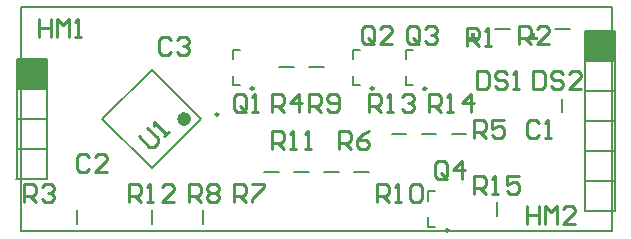
<source format=gto>
G04 Layer_Color=65535*
%FSAX24Y24*%
%MOIN*%
G70*
G01*
G75*
%ADD24C,0.0098*%
%ADD25C,0.0236*%
%ADD26C,0.0079*%
%ADD27C,0.0080*%
%ADD28C,0.0010*%
%ADD29C,0.0100*%
%ADD30R,0.1000X0.0996*%
G36*
X056735Y046223D02*
X056855D01*
Y046173D01*
X056545D01*
Y046223D01*
X056665D01*
Y046363D01*
X056735D01*
Y046223D01*
D02*
G37*
G36*
X054735D02*
X054855D01*
Y046173D01*
X054545D01*
Y046223D01*
X054665D01*
Y046363D01*
X054735D01*
Y046223D01*
D02*
G37*
D24*
X053904Y039791D02*
G03*
X053904Y039791I-000049J000000D01*
G01*
X053154Y044517D02*
G03*
X053154Y044517I-000049J000000D01*
G01*
X051404D02*
G03*
X051404Y044517I-000049J000000D01*
G01*
X047404D02*
G03*
X047404Y044517I-000049J000000D01*
G01*
X046228Y043660D02*
G03*
X046228Y043660I-000049J000000D01*
G01*
D25*
X045204Y043500D02*
G03*
X045204Y043500I-000118J000000D01*
G01*
D26*
X057684Y043743D02*
Y044157D01*
X053224Y039909D02*
X053461D01*
X053224D02*
Y040224D01*
Y041091D02*
X053461D01*
X053224Y040776D02*
Y041091D01*
X055500Y040264D02*
Y040736D01*
X052474Y044635D02*
X052711D01*
X052474D02*
Y044950D01*
Y045817D02*
X052711D01*
X052474Y045502D02*
Y045817D01*
X053014Y043000D02*
X053486D01*
X050724Y044635D02*
X050961D01*
X050724D02*
Y044950D01*
Y045817D02*
X050961D01*
X050724Y045502D02*
Y045817D01*
X052014Y043019D02*
X052486D01*
X046724Y044635D02*
X046961D01*
X046724D02*
Y044950D01*
Y045817D02*
X046961D01*
X046724Y045502D02*
Y045817D01*
X044000Y040014D02*
Y040486D01*
X048764Y041750D02*
X049236D01*
X050764D02*
X051236D01*
X049264Y045226D02*
X049736D01*
X045726Y040014D02*
Y040486D01*
X047764Y041750D02*
X048236D01*
X049764D02*
X050236D01*
X054014Y043000D02*
X054486D01*
X048264Y045226D02*
X048736D01*
X041500Y040014D02*
Y040486D01*
X042358Y043500D02*
X044000Y045142D01*
X044000Y041858D02*
X045642Y043500D01*
X042358D02*
X044000Y041858D01*
X044000Y045142D02*
X045642Y043500D01*
X057464Y046518D02*
X057936D01*
X055464D02*
X055936D01*
D27*
X039500Y045500D02*
X040500Y045500D01*
X040500Y041500D01*
X039500Y042500D02*
X040500D01*
X039500Y041500D02*
X039500Y045500D01*
X039500Y041500D02*
X040500D01*
X039500D02*
X040500D01*
X039490D02*
X040490D01*
X039500Y043500D02*
X040500D01*
X039500Y044500D02*
X040500D01*
X039657Y047250D02*
X059350D01*
Y039760D02*
Y047250D01*
X039657Y039760D02*
X059350D01*
X039657D02*
Y047250D01*
X058450Y045450D02*
X059450D01*
X058450Y044450D02*
X059450D01*
X058450Y040450D02*
X059450D01*
X058450D02*
X059450D01*
X058450Y041450D02*
X059450D01*
X058450D02*
X059450D01*
X058450Y042450D02*
X059450D01*
X058450D02*
X059450D01*
X058450Y040450D02*
X058450Y046450D01*
X058450Y043450D02*
X059450D01*
X059450Y046450D02*
X059450Y040450D01*
X058450Y046450D02*
X059450Y046450D01*
X058450Y040450D02*
X059450D01*
D28*
X056665Y046363D02*
X056735D01*
X056855Y046173D02*
Y046223D01*
X056545Y046173D02*
X056855D01*
X056545D02*
Y046223D01*
X056735D02*
X056855D01*
X056545D02*
X056665D01*
X056735D02*
Y046363D01*
X056665Y046223D02*
Y046363D01*
X054665D02*
X054735D01*
X054855Y046173D02*
Y046223D01*
X054545Y046173D02*
X054855D01*
X054545D02*
Y046223D01*
X054735D02*
X054855D01*
X054545D02*
X054665D01*
X054735D02*
Y046363D01*
X054665Y046223D02*
Y046363D01*
D29*
X056900Y043374D02*
X056800Y043474D01*
X056600D01*
X056500Y043374D01*
Y042974D01*
X056600Y042874D01*
X056800D01*
X056900Y042974D01*
X057100Y042874D02*
X057300D01*
X057200D01*
Y043474D01*
X057100Y043374D01*
X041900Y042250D02*
X041800Y042350D01*
X041600D01*
X041500Y042250D01*
Y041850D01*
X041600Y041750D01*
X041800D01*
X041900Y041850D01*
X042500Y041750D02*
X042100D01*
X042500Y042150D01*
Y042250D01*
X042400Y042350D01*
X042200D01*
X042100Y042250D01*
X044650Y045750D02*
X044550Y045650D01*
X044350D01*
X044250Y045750D01*
Y046150D01*
X044350Y046250D01*
X044550D01*
X044650Y046150D01*
X044850Y045750D02*
X044950Y045650D01*
X045150D01*
X045250Y045750D01*
Y045850D01*
X045150Y045950D01*
X045050D01*
X045150D01*
X045250Y046050D01*
Y046150D01*
X045150Y046250D01*
X044950D01*
X044850Y046150D01*
X054859Y045105D02*
Y044505D01*
X055159D01*
X055259Y044605D01*
Y045005D01*
X055159Y045105D01*
X054859D01*
X055859Y045005D02*
X055759Y045105D01*
X055559D01*
X055459Y045005D01*
Y044905D01*
X055559Y044805D01*
X055759D01*
X055859Y044705D01*
Y044605D01*
X055759Y044505D01*
X055559D01*
X055459Y044605D01*
X056058Y044505D02*
X056258D01*
X056158D01*
Y045105D01*
X056058Y045005D01*
X056700Y045100D02*
Y044500D01*
X057000D01*
X057100Y044600D01*
Y045000D01*
X057000Y045100D01*
X056700D01*
X057700Y045000D02*
X057600Y045100D01*
X057400D01*
X057300Y045000D01*
Y044900D01*
X057400Y044800D01*
X057600D01*
X057700Y044700D01*
Y044600D01*
X057600Y044500D01*
X057400D01*
X057300Y044600D01*
X058299Y044500D02*
X057900D01*
X058299Y044900D01*
Y045000D01*
X058200Y045100D01*
X058000D01*
X057900Y045000D01*
X040250Y046850D02*
Y046250D01*
Y046550D01*
X040650D01*
Y046850D01*
Y046250D01*
X040850D02*
Y046850D01*
X041050Y046650D01*
X041250Y046850D01*
Y046250D01*
X041450D02*
X041650D01*
X041550D01*
Y046850D01*
X041450Y046750D01*
X047150Y043850D02*
Y044250D01*
X047050Y044350D01*
X046850D01*
X046750Y044250D01*
Y043850D01*
X046850Y043750D01*
X047050D01*
X046950Y043950D02*
X047150Y043750D01*
X047050D02*
X047150Y043850D01*
X047350Y043750D02*
X047550D01*
X047450D01*
Y044350D01*
X047350Y044250D01*
X051400Y046100D02*
Y046500D01*
X051300Y046600D01*
X051100D01*
X051000Y046500D01*
Y046100D01*
X051100Y046000D01*
X051300D01*
X051200Y046200D02*
X051400Y046000D01*
X051300D02*
X051400Y046100D01*
X052000Y046000D02*
X051600D01*
X052000Y046400D01*
Y046500D01*
X051900Y046600D01*
X051700D01*
X051600Y046500D01*
X052900Y046100D02*
Y046500D01*
X052800Y046600D01*
X052600D01*
X052500Y046500D01*
Y046100D01*
X052600Y046000D01*
X052800D01*
X052700Y046200D02*
X052900Y046000D01*
X052800D02*
X052900Y046100D01*
X053100Y046500D02*
X053200Y046600D01*
X053400D01*
X053500Y046500D01*
Y046400D01*
X053400Y046300D01*
X053300D01*
X053400D01*
X053500Y046200D01*
Y046100D01*
X053400Y046000D01*
X053200D01*
X053100Y046100D01*
X053850Y041600D02*
Y042000D01*
X053750Y042100D01*
X053550D01*
X053450Y042000D01*
Y041600D01*
X053550Y041500D01*
X053750D01*
X053650Y041700D02*
X053850Y041500D01*
X053750D02*
X053850Y041600D01*
X054350Y041500D02*
Y042100D01*
X054050Y041800D01*
X054450D01*
X054500Y045950D02*
Y046550D01*
X054800D01*
X054900Y046450D01*
Y046250D01*
X054800Y046150D01*
X054500D01*
X054700D02*
X054900Y045950D01*
X055100D02*
X055300D01*
X055200D01*
Y046550D01*
X055100Y046450D01*
X056250Y046000D02*
Y046600D01*
X056550D01*
X056650Y046500D01*
Y046300D01*
X056550Y046200D01*
X056250D01*
X056450D02*
X056650Y046000D01*
X057250D02*
X056850D01*
X057250Y046400D01*
Y046500D01*
X057150Y046600D01*
X056950D01*
X056850Y046500D01*
X039750Y040750D02*
Y041350D01*
X040050D01*
X040150Y041250D01*
Y041050D01*
X040050Y040950D01*
X039750D01*
X039950D02*
X040150Y040750D01*
X040350Y041250D02*
X040450Y041350D01*
X040650D01*
X040750Y041250D01*
Y041150D01*
X040650Y041050D01*
X040550D01*
X040650D01*
X040750Y040950D01*
Y040850D01*
X040650Y040750D01*
X040450D01*
X040350Y040850D01*
X048000Y043750D02*
Y044350D01*
X048300D01*
X048400Y044250D01*
Y044050D01*
X048300Y043950D01*
X048000D01*
X048200D02*
X048400Y043750D01*
X048900D02*
Y044350D01*
X048600Y044050D01*
X049000D01*
X054750Y042874D02*
Y043474D01*
X055050D01*
X055150Y043374D01*
Y043174D01*
X055050Y043074D01*
X054750D01*
X054950D02*
X055150Y042874D01*
X055750Y043474D02*
X055350D01*
Y043174D01*
X055550Y043274D01*
X055650D01*
X055750Y043174D01*
Y042974D01*
X055650Y042874D01*
X055450D01*
X055350Y042974D01*
X050250Y042500D02*
Y043100D01*
X050550D01*
X050650Y043000D01*
Y042800D01*
X050550Y042700D01*
X050250D01*
X050450D02*
X050650Y042500D01*
X051250Y043100D02*
X051050Y043000D01*
X050850Y042800D01*
Y042600D01*
X050950Y042500D01*
X051150D01*
X051250Y042600D01*
Y042700D01*
X051150Y042800D01*
X050850D01*
X046750Y040750D02*
Y041350D01*
X047050D01*
X047150Y041250D01*
Y041050D01*
X047050Y040950D01*
X046750D01*
X046950D02*
X047150Y040750D01*
X047350Y041350D02*
X047750D01*
Y041250D01*
X047350Y040850D01*
Y040750D01*
X045250D02*
Y041350D01*
X045550D01*
X045650Y041250D01*
Y041050D01*
X045550Y040950D01*
X045250D01*
X045450D02*
X045650Y040750D01*
X045850Y041250D02*
X045950Y041350D01*
X046150D01*
X046250Y041250D01*
Y041150D01*
X046150Y041050D01*
X046250Y040950D01*
Y040850D01*
X046150Y040750D01*
X045950D01*
X045850Y040850D01*
Y040950D01*
X045950Y041050D01*
X045850Y041150D01*
Y041250D01*
X045950Y041050D02*
X046150D01*
X049250Y043750D02*
Y044350D01*
X049550D01*
X049650Y044250D01*
Y044050D01*
X049550Y043950D01*
X049250D01*
X049450D02*
X049650Y043750D01*
X049850Y043850D02*
X049950Y043750D01*
X050150D01*
X050250Y043850D01*
Y044250D01*
X050150Y044350D01*
X049950D01*
X049850Y044250D01*
Y044150D01*
X049950Y044050D01*
X050250D01*
X051500Y040750D02*
Y041350D01*
X051800D01*
X051900Y041250D01*
Y041050D01*
X051800Y040950D01*
X051500D01*
X051700D02*
X051900Y040750D01*
X052100D02*
X052300D01*
X052200D01*
Y041350D01*
X052100Y041250D01*
X052600D02*
X052700Y041350D01*
X052900D01*
X053000Y041250D01*
Y040850D01*
X052900Y040750D01*
X052700D01*
X052600Y040850D01*
Y041250D01*
X048000Y042500D02*
Y043100D01*
X048300D01*
X048400Y043000D01*
Y042800D01*
X048300Y042700D01*
X048000D01*
X048200D02*
X048400Y042500D01*
X048600D02*
X048800D01*
X048700D01*
Y043100D01*
X048600Y043000D01*
X049100Y042500D02*
X049300D01*
X049200D01*
Y043100D01*
X049100Y043000D01*
X043250Y040750D02*
Y041350D01*
X043550D01*
X043650Y041250D01*
Y041050D01*
X043550Y040950D01*
X043250D01*
X043450D02*
X043650Y040750D01*
X043850D02*
X044050D01*
X043950D01*
Y041350D01*
X043850Y041250D01*
X044750Y040750D02*
X044350D01*
X044750Y041150D01*
Y041250D01*
X044650Y041350D01*
X044450D01*
X044350Y041250D01*
X051250Y043750D02*
Y044350D01*
X051550D01*
X051650Y044250D01*
Y044050D01*
X051550Y043950D01*
X051250D01*
X051450D02*
X051650Y043750D01*
X051850D02*
X052050D01*
X051950D01*
Y044350D01*
X051850Y044250D01*
X052350D02*
X052450Y044350D01*
X052650D01*
X052750Y044250D01*
Y044150D01*
X052650Y044050D01*
X052550D01*
X052650D01*
X052750Y043950D01*
Y043850D01*
X052650Y043750D01*
X052450D01*
X052350Y043850D01*
X053250Y043750D02*
Y044350D01*
X053550D01*
X053650Y044250D01*
Y044050D01*
X053550Y043950D01*
X053250D01*
X053450D02*
X053650Y043750D01*
X053850D02*
X054050D01*
X053950D01*
Y044350D01*
X053850Y044250D01*
X054650Y043750D02*
Y044350D01*
X054350Y044050D01*
X054750D01*
X054750Y041000D02*
Y041600D01*
X055050D01*
X055150Y041500D01*
Y041300D01*
X055050Y041200D01*
X054750D01*
X054950D02*
X055150Y041000D01*
X055350D02*
X055550D01*
X055450D01*
Y041600D01*
X055350Y041500D01*
X056250Y041600D02*
X055850D01*
Y041300D01*
X056050Y041400D01*
X056150D01*
X056250Y041300D01*
Y041100D01*
X056150Y041000D01*
X055950D01*
X055850Y041100D01*
X043576Y042924D02*
X043929Y042571D01*
X044071D01*
X044212Y042712D01*
Y042853D01*
X043859Y043207D01*
X044424Y042924D02*
X044566Y043066D01*
X044495Y042995D01*
X044071Y043419D01*
Y043278D01*
X056500Y040600D02*
Y040000D01*
Y040300D01*
X056900D01*
Y040600D01*
Y040000D01*
X057100D02*
Y040600D01*
X057300Y040400D01*
X057500Y040600D01*
Y040000D01*
X058099D02*
X057700D01*
X058099Y040400D01*
Y040500D01*
X058000Y040600D01*
X057800D01*
X057700Y040500D01*
D30*
X040000Y045002D02*
D03*
X058950Y045952D02*
D03*
M02*

</source>
